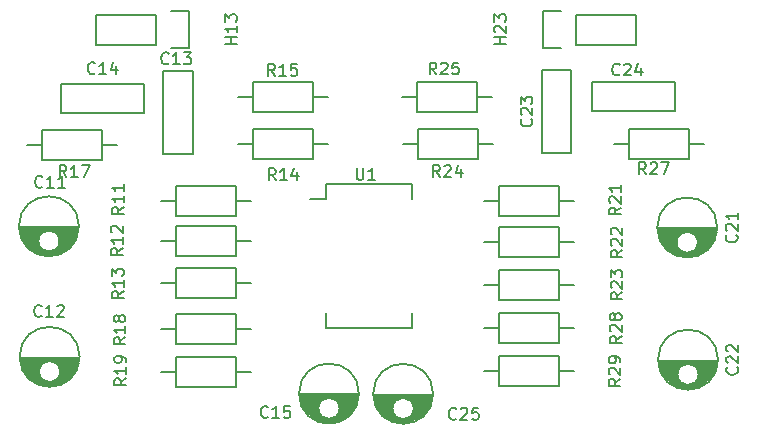
<source format=gbr>
G04 #@! TF.FileFunction,Legend,Top*
%FSLAX46Y46*%
G04 Gerber Fmt 4.6, Leading zero omitted, Abs format (unit mm)*
G04 Created by KiCad (PCBNEW 4.0.7) date Sunday 08 October 2017 21:23:55*
%MOMM*%
%LPD*%
G01*
G04 APERTURE LIST*
%ADD10C,0.100000*%
%ADD11C,0.150000*%
G04 APERTURE END LIST*
D10*
D11*
X107149000Y-78735000D02*
X102151000Y-78735000D01*
X107141000Y-78875000D02*
X102159000Y-78875000D01*
X107125000Y-79015000D02*
X104745000Y-79015000D01*
X104555000Y-79015000D02*
X102175000Y-79015000D01*
X107101000Y-79155000D02*
X105140000Y-79155000D01*
X104160000Y-79155000D02*
X102199000Y-79155000D01*
X107068000Y-79295000D02*
X105307000Y-79295000D01*
X103993000Y-79295000D02*
X102232000Y-79295000D01*
X107027000Y-79435000D02*
X105414000Y-79435000D01*
X103886000Y-79435000D02*
X102273000Y-79435000D01*
X106977000Y-79575000D02*
X105485000Y-79575000D01*
X103815000Y-79575000D02*
X102323000Y-79575000D01*
X106916000Y-79715000D02*
X105529000Y-79715000D01*
X103771000Y-79715000D02*
X102384000Y-79715000D01*
X106846000Y-79855000D02*
X105548000Y-79855000D01*
X103752000Y-79855000D02*
X102454000Y-79855000D01*
X106764000Y-79995000D02*
X105546000Y-79995000D01*
X103754000Y-79995000D02*
X102536000Y-79995000D01*
X106669000Y-80135000D02*
X105521000Y-80135000D01*
X103779000Y-80135000D02*
X102631000Y-80135000D01*
X106558000Y-80275000D02*
X105473000Y-80275000D01*
X103827000Y-80275000D02*
X102742000Y-80275000D01*
X106430000Y-80415000D02*
X105395000Y-80415000D01*
X103905000Y-80415000D02*
X102870000Y-80415000D01*
X106281000Y-80555000D02*
X105278000Y-80555000D01*
X104022000Y-80555000D02*
X103019000Y-80555000D01*
X106102000Y-80695000D02*
X105090000Y-80695000D01*
X104210000Y-80695000D02*
X103198000Y-80695000D01*
X105883000Y-80835000D02*
X103417000Y-80835000D01*
X105594000Y-80975000D02*
X103706000Y-80975000D01*
X105122000Y-81115000D02*
X104178000Y-81115000D01*
X105550000Y-79910000D02*
G75*
G03X105550000Y-79910000I-900000J0D01*
G01*
X107187500Y-78660000D02*
G75*
G03X107187500Y-78660000I-2537500J0D01*
G01*
X107209000Y-89785000D02*
X102211000Y-89785000D01*
X107201000Y-89925000D02*
X102219000Y-89925000D01*
X107185000Y-90065000D02*
X104805000Y-90065000D01*
X104615000Y-90065000D02*
X102235000Y-90065000D01*
X107161000Y-90205000D02*
X105200000Y-90205000D01*
X104220000Y-90205000D02*
X102259000Y-90205000D01*
X107128000Y-90345000D02*
X105367000Y-90345000D01*
X104053000Y-90345000D02*
X102292000Y-90345000D01*
X107087000Y-90485000D02*
X105474000Y-90485000D01*
X103946000Y-90485000D02*
X102333000Y-90485000D01*
X107037000Y-90625000D02*
X105545000Y-90625000D01*
X103875000Y-90625000D02*
X102383000Y-90625000D01*
X106976000Y-90765000D02*
X105589000Y-90765000D01*
X103831000Y-90765000D02*
X102444000Y-90765000D01*
X106906000Y-90905000D02*
X105608000Y-90905000D01*
X103812000Y-90905000D02*
X102514000Y-90905000D01*
X106824000Y-91045000D02*
X105606000Y-91045000D01*
X103814000Y-91045000D02*
X102596000Y-91045000D01*
X106729000Y-91185000D02*
X105581000Y-91185000D01*
X103839000Y-91185000D02*
X102691000Y-91185000D01*
X106618000Y-91325000D02*
X105533000Y-91325000D01*
X103887000Y-91325000D02*
X102802000Y-91325000D01*
X106490000Y-91465000D02*
X105455000Y-91465000D01*
X103965000Y-91465000D02*
X102930000Y-91465000D01*
X106341000Y-91605000D02*
X105338000Y-91605000D01*
X104082000Y-91605000D02*
X103079000Y-91605000D01*
X106162000Y-91745000D02*
X105150000Y-91745000D01*
X104270000Y-91745000D02*
X103258000Y-91745000D01*
X105943000Y-91885000D02*
X103477000Y-91885000D01*
X105654000Y-92025000D02*
X103766000Y-92025000D01*
X105182000Y-92165000D02*
X104238000Y-92165000D01*
X105610000Y-90960000D02*
G75*
G03X105610000Y-90960000I-900000J0D01*
G01*
X107247500Y-89710000D02*
G75*
G03X107247500Y-89710000I-2537500J0D01*
G01*
X114310000Y-72550000D02*
X114310000Y-65550000D01*
X114310000Y-65550000D02*
X116810000Y-65550000D01*
X116810000Y-65550000D02*
X116810000Y-72550000D01*
X116810000Y-72550000D02*
X114310000Y-72550000D01*
X105690000Y-66570000D02*
X112690000Y-66570000D01*
X112690000Y-66570000D02*
X112690000Y-69070000D01*
X112690000Y-69070000D02*
X105690000Y-69070000D01*
X105690000Y-69070000D02*
X105690000Y-66570000D01*
X130859000Y-92895000D02*
X125861000Y-92895000D01*
X130851000Y-93035000D02*
X125869000Y-93035000D01*
X130835000Y-93175000D02*
X128455000Y-93175000D01*
X128265000Y-93175000D02*
X125885000Y-93175000D01*
X130811000Y-93315000D02*
X128850000Y-93315000D01*
X127870000Y-93315000D02*
X125909000Y-93315000D01*
X130778000Y-93455000D02*
X129017000Y-93455000D01*
X127703000Y-93455000D02*
X125942000Y-93455000D01*
X130737000Y-93595000D02*
X129124000Y-93595000D01*
X127596000Y-93595000D02*
X125983000Y-93595000D01*
X130687000Y-93735000D02*
X129195000Y-93735000D01*
X127525000Y-93735000D02*
X126033000Y-93735000D01*
X130626000Y-93875000D02*
X129239000Y-93875000D01*
X127481000Y-93875000D02*
X126094000Y-93875000D01*
X130556000Y-94015000D02*
X129258000Y-94015000D01*
X127462000Y-94015000D02*
X126164000Y-94015000D01*
X130474000Y-94155000D02*
X129256000Y-94155000D01*
X127464000Y-94155000D02*
X126246000Y-94155000D01*
X130379000Y-94295000D02*
X129231000Y-94295000D01*
X127489000Y-94295000D02*
X126341000Y-94295000D01*
X130268000Y-94435000D02*
X129183000Y-94435000D01*
X127537000Y-94435000D02*
X126452000Y-94435000D01*
X130140000Y-94575000D02*
X129105000Y-94575000D01*
X127615000Y-94575000D02*
X126580000Y-94575000D01*
X129991000Y-94715000D02*
X128988000Y-94715000D01*
X127732000Y-94715000D02*
X126729000Y-94715000D01*
X129812000Y-94855000D02*
X128800000Y-94855000D01*
X127920000Y-94855000D02*
X126908000Y-94855000D01*
X129593000Y-94995000D02*
X127127000Y-94995000D01*
X129304000Y-95135000D02*
X127416000Y-95135000D01*
X128832000Y-95275000D02*
X127888000Y-95275000D01*
X129260000Y-94070000D02*
G75*
G03X129260000Y-94070000I-900000J0D01*
G01*
X130897500Y-92820000D02*
G75*
G03X130897500Y-92820000I-2537500J0D01*
G01*
X161199000Y-78835000D02*
X156201000Y-78835000D01*
X161191000Y-78975000D02*
X156209000Y-78975000D01*
X161175000Y-79115000D02*
X158795000Y-79115000D01*
X158605000Y-79115000D02*
X156225000Y-79115000D01*
X161151000Y-79255000D02*
X159190000Y-79255000D01*
X158210000Y-79255000D02*
X156249000Y-79255000D01*
X161118000Y-79395000D02*
X159357000Y-79395000D01*
X158043000Y-79395000D02*
X156282000Y-79395000D01*
X161077000Y-79535000D02*
X159464000Y-79535000D01*
X157936000Y-79535000D02*
X156323000Y-79535000D01*
X161027000Y-79675000D02*
X159535000Y-79675000D01*
X157865000Y-79675000D02*
X156373000Y-79675000D01*
X160966000Y-79815000D02*
X159579000Y-79815000D01*
X157821000Y-79815000D02*
X156434000Y-79815000D01*
X160896000Y-79955000D02*
X159598000Y-79955000D01*
X157802000Y-79955000D02*
X156504000Y-79955000D01*
X160814000Y-80095000D02*
X159596000Y-80095000D01*
X157804000Y-80095000D02*
X156586000Y-80095000D01*
X160719000Y-80235000D02*
X159571000Y-80235000D01*
X157829000Y-80235000D02*
X156681000Y-80235000D01*
X160608000Y-80375000D02*
X159523000Y-80375000D01*
X157877000Y-80375000D02*
X156792000Y-80375000D01*
X160480000Y-80515000D02*
X159445000Y-80515000D01*
X157955000Y-80515000D02*
X156920000Y-80515000D01*
X160331000Y-80655000D02*
X159328000Y-80655000D01*
X158072000Y-80655000D02*
X157069000Y-80655000D01*
X160152000Y-80795000D02*
X159140000Y-80795000D01*
X158260000Y-80795000D02*
X157248000Y-80795000D01*
X159933000Y-80935000D02*
X157467000Y-80935000D01*
X159644000Y-81075000D02*
X157756000Y-81075000D01*
X159172000Y-81215000D02*
X158228000Y-81215000D01*
X159600000Y-80010000D02*
G75*
G03X159600000Y-80010000I-900000J0D01*
G01*
X161237500Y-78760000D02*
G75*
G03X161237500Y-78760000I-2537500J0D01*
G01*
X161259000Y-90025000D02*
X156261000Y-90025000D01*
X161251000Y-90165000D02*
X156269000Y-90165000D01*
X161235000Y-90305000D02*
X158855000Y-90305000D01*
X158665000Y-90305000D02*
X156285000Y-90305000D01*
X161211000Y-90445000D02*
X159250000Y-90445000D01*
X158270000Y-90445000D02*
X156309000Y-90445000D01*
X161178000Y-90585000D02*
X159417000Y-90585000D01*
X158103000Y-90585000D02*
X156342000Y-90585000D01*
X161137000Y-90725000D02*
X159524000Y-90725000D01*
X157996000Y-90725000D02*
X156383000Y-90725000D01*
X161087000Y-90865000D02*
X159595000Y-90865000D01*
X157925000Y-90865000D02*
X156433000Y-90865000D01*
X161026000Y-91005000D02*
X159639000Y-91005000D01*
X157881000Y-91005000D02*
X156494000Y-91005000D01*
X160956000Y-91145000D02*
X159658000Y-91145000D01*
X157862000Y-91145000D02*
X156564000Y-91145000D01*
X160874000Y-91285000D02*
X159656000Y-91285000D01*
X157864000Y-91285000D02*
X156646000Y-91285000D01*
X160779000Y-91425000D02*
X159631000Y-91425000D01*
X157889000Y-91425000D02*
X156741000Y-91425000D01*
X160668000Y-91565000D02*
X159583000Y-91565000D01*
X157937000Y-91565000D02*
X156852000Y-91565000D01*
X160540000Y-91705000D02*
X159505000Y-91705000D01*
X158015000Y-91705000D02*
X156980000Y-91705000D01*
X160391000Y-91845000D02*
X159388000Y-91845000D01*
X158132000Y-91845000D02*
X157129000Y-91845000D01*
X160212000Y-91985000D02*
X159200000Y-91985000D01*
X158320000Y-91985000D02*
X157308000Y-91985000D01*
X159993000Y-92125000D02*
X157527000Y-92125000D01*
X159704000Y-92265000D02*
X157816000Y-92265000D01*
X159232000Y-92405000D02*
X158288000Y-92405000D01*
X159660000Y-91200000D02*
G75*
G03X159660000Y-91200000I-900000J0D01*
G01*
X161297500Y-89950000D02*
G75*
G03X161297500Y-89950000I-2537500J0D01*
G01*
X146380000Y-72440000D02*
X146380000Y-65440000D01*
X146380000Y-65440000D02*
X148880000Y-65440000D01*
X148880000Y-65440000D02*
X148880000Y-72440000D01*
X148880000Y-72440000D02*
X146380000Y-72440000D01*
X157650000Y-68910000D02*
X150650000Y-68910000D01*
X150650000Y-68910000D02*
X150650000Y-66410000D01*
X150650000Y-66410000D02*
X157650000Y-66410000D01*
X157650000Y-66410000D02*
X157650000Y-68910000D01*
X137139000Y-92915000D02*
X132141000Y-92915000D01*
X137131000Y-93055000D02*
X132149000Y-93055000D01*
X137115000Y-93195000D02*
X134735000Y-93195000D01*
X134545000Y-93195000D02*
X132165000Y-93195000D01*
X137091000Y-93335000D02*
X135130000Y-93335000D01*
X134150000Y-93335000D02*
X132189000Y-93335000D01*
X137058000Y-93475000D02*
X135297000Y-93475000D01*
X133983000Y-93475000D02*
X132222000Y-93475000D01*
X137017000Y-93615000D02*
X135404000Y-93615000D01*
X133876000Y-93615000D02*
X132263000Y-93615000D01*
X136967000Y-93755000D02*
X135475000Y-93755000D01*
X133805000Y-93755000D02*
X132313000Y-93755000D01*
X136906000Y-93895000D02*
X135519000Y-93895000D01*
X133761000Y-93895000D02*
X132374000Y-93895000D01*
X136836000Y-94035000D02*
X135538000Y-94035000D01*
X133742000Y-94035000D02*
X132444000Y-94035000D01*
X136754000Y-94175000D02*
X135536000Y-94175000D01*
X133744000Y-94175000D02*
X132526000Y-94175000D01*
X136659000Y-94315000D02*
X135511000Y-94315000D01*
X133769000Y-94315000D02*
X132621000Y-94315000D01*
X136548000Y-94455000D02*
X135463000Y-94455000D01*
X133817000Y-94455000D02*
X132732000Y-94455000D01*
X136420000Y-94595000D02*
X135385000Y-94595000D01*
X133895000Y-94595000D02*
X132860000Y-94595000D01*
X136271000Y-94735000D02*
X135268000Y-94735000D01*
X134012000Y-94735000D02*
X133009000Y-94735000D01*
X136092000Y-94875000D02*
X135080000Y-94875000D01*
X134200000Y-94875000D02*
X133188000Y-94875000D01*
X135873000Y-95015000D02*
X133407000Y-95015000D01*
X135584000Y-95155000D02*
X133696000Y-95155000D01*
X135112000Y-95295000D02*
X134168000Y-95295000D01*
X135540000Y-94090000D02*
G75*
G03X135540000Y-94090000I-900000J0D01*
G01*
X137177500Y-92840000D02*
G75*
G03X137177500Y-92840000I-2537500J0D01*
G01*
X113730000Y-60730000D02*
X108650000Y-60730000D01*
X108650000Y-60730000D02*
X108650000Y-63270000D01*
X108650000Y-63270000D02*
X113730000Y-63270000D01*
X116550000Y-63550000D02*
X115000000Y-63550000D01*
X113730000Y-63270000D02*
X113730000Y-60730000D01*
X115000000Y-60450000D02*
X116550000Y-60450000D01*
X116550000Y-60450000D02*
X116550000Y-63550000D01*
X149270000Y-63270000D02*
X154350000Y-63270000D01*
X154350000Y-63270000D02*
X154350000Y-60730000D01*
X154350000Y-60730000D02*
X149270000Y-60730000D01*
X146450000Y-60450000D02*
X148000000Y-60450000D01*
X149270000Y-60730000D02*
X149270000Y-63270000D01*
X148000000Y-63550000D02*
X146450000Y-63550000D01*
X146450000Y-63550000D02*
X146450000Y-60450000D01*
X120500000Y-77800000D02*
X115420000Y-77800000D01*
X115420000Y-77800000D02*
X115420000Y-75260000D01*
X115420000Y-75260000D02*
X120500000Y-75260000D01*
X120500000Y-75260000D02*
X120500000Y-77800000D01*
X120500000Y-76530000D02*
X121770000Y-76530000D01*
X115420000Y-76530000D02*
X114150000Y-76530000D01*
X115430000Y-78640000D02*
X120510000Y-78640000D01*
X120510000Y-78640000D02*
X120510000Y-81180000D01*
X120510000Y-81180000D02*
X115430000Y-81180000D01*
X115430000Y-81180000D02*
X115430000Y-78640000D01*
X115430000Y-79910000D02*
X114160000Y-79910000D01*
X120510000Y-79910000D02*
X121780000Y-79910000D01*
X115430000Y-82170000D02*
X120510000Y-82170000D01*
X120510000Y-82170000D02*
X120510000Y-84710000D01*
X120510000Y-84710000D02*
X115430000Y-84710000D01*
X115430000Y-84710000D02*
X115430000Y-82170000D01*
X115430000Y-83440000D02*
X114160000Y-83440000D01*
X120510000Y-83440000D02*
X121780000Y-83440000D01*
X121950000Y-70460000D02*
X127030000Y-70460000D01*
X127030000Y-70460000D02*
X127030000Y-73000000D01*
X127030000Y-73000000D02*
X121950000Y-73000000D01*
X121950000Y-73000000D02*
X121950000Y-70460000D01*
X121950000Y-71730000D02*
X120680000Y-71730000D01*
X127030000Y-71730000D02*
X128300000Y-71730000D01*
X121930000Y-66440000D02*
X127010000Y-66440000D01*
X127010000Y-66440000D02*
X127010000Y-68980000D01*
X127010000Y-68980000D02*
X121930000Y-68980000D01*
X121930000Y-68980000D02*
X121930000Y-66440000D01*
X121930000Y-67710000D02*
X120660000Y-67710000D01*
X127010000Y-67710000D02*
X128280000Y-67710000D01*
X104070000Y-70490000D02*
X109150000Y-70490000D01*
X109150000Y-70490000D02*
X109150000Y-73030000D01*
X109150000Y-73030000D02*
X104070000Y-73030000D01*
X104070000Y-73030000D02*
X104070000Y-70490000D01*
X104070000Y-71760000D02*
X102800000Y-71760000D01*
X109150000Y-71760000D02*
X110420000Y-71760000D01*
X115430000Y-86110000D02*
X120510000Y-86110000D01*
X120510000Y-86110000D02*
X120510000Y-88650000D01*
X120510000Y-88650000D02*
X115430000Y-88650000D01*
X115430000Y-88650000D02*
X115430000Y-86110000D01*
X115430000Y-87380000D02*
X114160000Y-87380000D01*
X120510000Y-87380000D02*
X121780000Y-87380000D01*
X115430000Y-89720000D02*
X120510000Y-89720000D01*
X120510000Y-89720000D02*
X120510000Y-92260000D01*
X120510000Y-92260000D02*
X115430000Y-92260000D01*
X115430000Y-92260000D02*
X115430000Y-89720000D01*
X115430000Y-90990000D02*
X114160000Y-90990000D01*
X120510000Y-90990000D02*
X121780000Y-90990000D01*
X142770000Y-75240000D02*
X147850000Y-75240000D01*
X147850000Y-75240000D02*
X147850000Y-77780000D01*
X147850000Y-77780000D02*
X142770000Y-77780000D01*
X142770000Y-77780000D02*
X142770000Y-75240000D01*
X142770000Y-76510000D02*
X141500000Y-76510000D01*
X147850000Y-76510000D02*
X149120000Y-76510000D01*
X147840000Y-81300000D02*
X142760000Y-81300000D01*
X142760000Y-81300000D02*
X142760000Y-78760000D01*
X142760000Y-78760000D02*
X147840000Y-78760000D01*
X147840000Y-78760000D02*
X147840000Y-81300000D01*
X147840000Y-80030000D02*
X149110000Y-80030000D01*
X142760000Y-80030000D02*
X141490000Y-80030000D01*
X147840000Y-84890000D02*
X142760000Y-84890000D01*
X142760000Y-84890000D02*
X142760000Y-82350000D01*
X142760000Y-82350000D02*
X147840000Y-82350000D01*
X147840000Y-82350000D02*
X147840000Y-84890000D01*
X147840000Y-83620000D02*
X149110000Y-83620000D01*
X142760000Y-83620000D02*
X141490000Y-83620000D01*
X140970000Y-72990000D02*
X135890000Y-72990000D01*
X135890000Y-72990000D02*
X135890000Y-70450000D01*
X135890000Y-70450000D02*
X140970000Y-70450000D01*
X140970000Y-70450000D02*
X140970000Y-72990000D01*
X140970000Y-71720000D02*
X142240000Y-71720000D01*
X135890000Y-71720000D02*
X134620000Y-71720000D01*
X140920000Y-69020000D02*
X135840000Y-69020000D01*
X135840000Y-69020000D02*
X135840000Y-66480000D01*
X135840000Y-66480000D02*
X140920000Y-66480000D01*
X140920000Y-66480000D02*
X140920000Y-69020000D01*
X140920000Y-67750000D02*
X142190000Y-67750000D01*
X135840000Y-67750000D02*
X134570000Y-67750000D01*
X158860000Y-72940000D02*
X153780000Y-72940000D01*
X153780000Y-72940000D02*
X153780000Y-70400000D01*
X153780000Y-70400000D02*
X158860000Y-70400000D01*
X158860000Y-70400000D02*
X158860000Y-72940000D01*
X158860000Y-71670000D02*
X160130000Y-71670000D01*
X153780000Y-71670000D02*
X152510000Y-71670000D01*
X147840000Y-88580000D02*
X142760000Y-88580000D01*
X142760000Y-88580000D02*
X142760000Y-86040000D01*
X142760000Y-86040000D02*
X147840000Y-86040000D01*
X147840000Y-86040000D02*
X147840000Y-88580000D01*
X147840000Y-87310000D02*
X149110000Y-87310000D01*
X142760000Y-87310000D02*
X141490000Y-87310000D01*
X147850000Y-92210000D02*
X142770000Y-92210000D01*
X142770000Y-92210000D02*
X142770000Y-89670000D01*
X142770000Y-89670000D02*
X147850000Y-89670000D01*
X147850000Y-89670000D02*
X147850000Y-92210000D01*
X147850000Y-90940000D02*
X149120000Y-90940000D01*
X142770000Y-90940000D02*
X141500000Y-90940000D01*
X128075000Y-75055000D02*
X128075000Y-76325000D01*
X135425000Y-75055000D02*
X135425000Y-76325000D01*
X135425000Y-87265000D02*
X135425000Y-85995000D01*
X128075000Y-87265000D02*
X128075000Y-85995000D01*
X128075000Y-75055000D02*
X135425000Y-75055000D01*
X128075000Y-87265000D02*
X135425000Y-87265000D01*
X128075000Y-76325000D02*
X126790000Y-76325000D01*
X104107143Y-75297143D02*
X104059524Y-75344762D01*
X103916667Y-75392381D01*
X103821429Y-75392381D01*
X103678571Y-75344762D01*
X103583333Y-75249524D01*
X103535714Y-75154286D01*
X103488095Y-74963810D01*
X103488095Y-74820952D01*
X103535714Y-74630476D01*
X103583333Y-74535238D01*
X103678571Y-74440000D01*
X103821429Y-74392381D01*
X103916667Y-74392381D01*
X104059524Y-74440000D01*
X104107143Y-74487619D01*
X105059524Y-75392381D02*
X104488095Y-75392381D01*
X104773809Y-75392381D02*
X104773809Y-74392381D01*
X104678571Y-74535238D01*
X104583333Y-74630476D01*
X104488095Y-74678095D01*
X106011905Y-75392381D02*
X105440476Y-75392381D01*
X105726190Y-75392381D02*
X105726190Y-74392381D01*
X105630952Y-74535238D01*
X105535714Y-74630476D01*
X105440476Y-74678095D01*
X104027143Y-86237143D02*
X103979524Y-86284762D01*
X103836667Y-86332381D01*
X103741429Y-86332381D01*
X103598571Y-86284762D01*
X103503333Y-86189524D01*
X103455714Y-86094286D01*
X103408095Y-85903810D01*
X103408095Y-85760952D01*
X103455714Y-85570476D01*
X103503333Y-85475238D01*
X103598571Y-85380000D01*
X103741429Y-85332381D01*
X103836667Y-85332381D01*
X103979524Y-85380000D01*
X104027143Y-85427619D01*
X104979524Y-86332381D02*
X104408095Y-86332381D01*
X104693809Y-86332381D02*
X104693809Y-85332381D01*
X104598571Y-85475238D01*
X104503333Y-85570476D01*
X104408095Y-85618095D01*
X105360476Y-85427619D02*
X105408095Y-85380000D01*
X105503333Y-85332381D01*
X105741429Y-85332381D01*
X105836667Y-85380000D01*
X105884286Y-85427619D01*
X105931905Y-85522857D01*
X105931905Y-85618095D01*
X105884286Y-85760952D01*
X105312857Y-86332381D01*
X105931905Y-86332381D01*
X114787143Y-64847143D02*
X114739524Y-64894762D01*
X114596667Y-64942381D01*
X114501429Y-64942381D01*
X114358571Y-64894762D01*
X114263333Y-64799524D01*
X114215714Y-64704286D01*
X114168095Y-64513810D01*
X114168095Y-64370952D01*
X114215714Y-64180476D01*
X114263333Y-64085238D01*
X114358571Y-63990000D01*
X114501429Y-63942381D01*
X114596667Y-63942381D01*
X114739524Y-63990000D01*
X114787143Y-64037619D01*
X115739524Y-64942381D02*
X115168095Y-64942381D01*
X115453809Y-64942381D02*
X115453809Y-63942381D01*
X115358571Y-64085238D01*
X115263333Y-64180476D01*
X115168095Y-64228095D01*
X116072857Y-63942381D02*
X116691905Y-63942381D01*
X116358571Y-64323333D01*
X116501429Y-64323333D01*
X116596667Y-64370952D01*
X116644286Y-64418571D01*
X116691905Y-64513810D01*
X116691905Y-64751905D01*
X116644286Y-64847143D01*
X116596667Y-64894762D01*
X116501429Y-64942381D01*
X116215714Y-64942381D01*
X116120476Y-64894762D01*
X116072857Y-64847143D01*
X108547143Y-65677143D02*
X108499524Y-65724762D01*
X108356667Y-65772381D01*
X108261429Y-65772381D01*
X108118571Y-65724762D01*
X108023333Y-65629524D01*
X107975714Y-65534286D01*
X107928095Y-65343810D01*
X107928095Y-65200952D01*
X107975714Y-65010476D01*
X108023333Y-64915238D01*
X108118571Y-64820000D01*
X108261429Y-64772381D01*
X108356667Y-64772381D01*
X108499524Y-64820000D01*
X108547143Y-64867619D01*
X109499524Y-65772381D02*
X108928095Y-65772381D01*
X109213809Y-65772381D02*
X109213809Y-64772381D01*
X109118571Y-64915238D01*
X109023333Y-65010476D01*
X108928095Y-65058095D01*
X110356667Y-65105714D02*
X110356667Y-65772381D01*
X110118571Y-64724762D02*
X109880476Y-65439048D01*
X110499524Y-65439048D01*
X123187143Y-94787143D02*
X123139524Y-94834762D01*
X122996667Y-94882381D01*
X122901429Y-94882381D01*
X122758571Y-94834762D01*
X122663333Y-94739524D01*
X122615714Y-94644286D01*
X122568095Y-94453810D01*
X122568095Y-94310952D01*
X122615714Y-94120476D01*
X122663333Y-94025238D01*
X122758571Y-93930000D01*
X122901429Y-93882381D01*
X122996667Y-93882381D01*
X123139524Y-93930000D01*
X123187143Y-93977619D01*
X124139524Y-94882381D02*
X123568095Y-94882381D01*
X123853809Y-94882381D02*
X123853809Y-93882381D01*
X123758571Y-94025238D01*
X123663333Y-94120476D01*
X123568095Y-94168095D01*
X125044286Y-93882381D02*
X124568095Y-93882381D01*
X124520476Y-94358571D01*
X124568095Y-94310952D01*
X124663333Y-94263333D01*
X124901429Y-94263333D01*
X124996667Y-94310952D01*
X125044286Y-94358571D01*
X125091905Y-94453810D01*
X125091905Y-94691905D01*
X125044286Y-94787143D01*
X124996667Y-94834762D01*
X124901429Y-94882381D01*
X124663333Y-94882381D01*
X124568095Y-94834762D01*
X124520476Y-94787143D01*
X162857143Y-79402857D02*
X162904762Y-79450476D01*
X162952381Y-79593333D01*
X162952381Y-79688571D01*
X162904762Y-79831429D01*
X162809524Y-79926667D01*
X162714286Y-79974286D01*
X162523810Y-80021905D01*
X162380952Y-80021905D01*
X162190476Y-79974286D01*
X162095238Y-79926667D01*
X162000000Y-79831429D01*
X161952381Y-79688571D01*
X161952381Y-79593333D01*
X162000000Y-79450476D01*
X162047619Y-79402857D01*
X162047619Y-79021905D02*
X162000000Y-78974286D01*
X161952381Y-78879048D01*
X161952381Y-78640952D01*
X162000000Y-78545714D01*
X162047619Y-78498095D01*
X162142857Y-78450476D01*
X162238095Y-78450476D01*
X162380952Y-78498095D01*
X162952381Y-79069524D01*
X162952381Y-78450476D01*
X162952381Y-77498095D02*
X162952381Y-78069524D01*
X162952381Y-77783810D02*
X161952381Y-77783810D01*
X162095238Y-77879048D01*
X162190476Y-77974286D01*
X162238095Y-78069524D01*
X162917143Y-90592857D02*
X162964762Y-90640476D01*
X163012381Y-90783333D01*
X163012381Y-90878571D01*
X162964762Y-91021429D01*
X162869524Y-91116667D01*
X162774286Y-91164286D01*
X162583810Y-91211905D01*
X162440952Y-91211905D01*
X162250476Y-91164286D01*
X162155238Y-91116667D01*
X162060000Y-91021429D01*
X162012381Y-90878571D01*
X162012381Y-90783333D01*
X162060000Y-90640476D01*
X162107619Y-90592857D01*
X162107619Y-90211905D02*
X162060000Y-90164286D01*
X162012381Y-90069048D01*
X162012381Y-89830952D01*
X162060000Y-89735714D01*
X162107619Y-89688095D01*
X162202857Y-89640476D01*
X162298095Y-89640476D01*
X162440952Y-89688095D01*
X163012381Y-90259524D01*
X163012381Y-89640476D01*
X162107619Y-89259524D02*
X162060000Y-89211905D01*
X162012381Y-89116667D01*
X162012381Y-88878571D01*
X162060000Y-88783333D01*
X162107619Y-88735714D01*
X162202857Y-88688095D01*
X162298095Y-88688095D01*
X162440952Y-88735714D01*
X163012381Y-89307143D01*
X163012381Y-88688095D01*
X145487143Y-69582857D02*
X145534762Y-69630476D01*
X145582381Y-69773333D01*
X145582381Y-69868571D01*
X145534762Y-70011429D01*
X145439524Y-70106667D01*
X145344286Y-70154286D01*
X145153810Y-70201905D01*
X145010952Y-70201905D01*
X144820476Y-70154286D01*
X144725238Y-70106667D01*
X144630000Y-70011429D01*
X144582381Y-69868571D01*
X144582381Y-69773333D01*
X144630000Y-69630476D01*
X144677619Y-69582857D01*
X144677619Y-69201905D02*
X144630000Y-69154286D01*
X144582381Y-69059048D01*
X144582381Y-68820952D01*
X144630000Y-68725714D01*
X144677619Y-68678095D01*
X144772857Y-68630476D01*
X144868095Y-68630476D01*
X145010952Y-68678095D01*
X145582381Y-69249524D01*
X145582381Y-68630476D01*
X144582381Y-68297143D02*
X144582381Y-67678095D01*
X144963333Y-68011429D01*
X144963333Y-67868571D01*
X145010952Y-67773333D01*
X145058571Y-67725714D01*
X145153810Y-67678095D01*
X145391905Y-67678095D01*
X145487143Y-67725714D01*
X145534762Y-67773333D01*
X145582381Y-67868571D01*
X145582381Y-68154286D01*
X145534762Y-68249524D01*
X145487143Y-68297143D01*
X152967143Y-65797143D02*
X152919524Y-65844762D01*
X152776667Y-65892381D01*
X152681429Y-65892381D01*
X152538571Y-65844762D01*
X152443333Y-65749524D01*
X152395714Y-65654286D01*
X152348095Y-65463810D01*
X152348095Y-65320952D01*
X152395714Y-65130476D01*
X152443333Y-65035238D01*
X152538571Y-64940000D01*
X152681429Y-64892381D01*
X152776667Y-64892381D01*
X152919524Y-64940000D01*
X152967143Y-64987619D01*
X153348095Y-64987619D02*
X153395714Y-64940000D01*
X153490952Y-64892381D01*
X153729048Y-64892381D01*
X153824286Y-64940000D01*
X153871905Y-64987619D01*
X153919524Y-65082857D01*
X153919524Y-65178095D01*
X153871905Y-65320952D01*
X153300476Y-65892381D01*
X153919524Y-65892381D01*
X154776667Y-65225714D02*
X154776667Y-65892381D01*
X154538571Y-64844762D02*
X154300476Y-65559048D01*
X154919524Y-65559048D01*
X139137143Y-94937143D02*
X139089524Y-94984762D01*
X138946667Y-95032381D01*
X138851429Y-95032381D01*
X138708571Y-94984762D01*
X138613333Y-94889524D01*
X138565714Y-94794286D01*
X138518095Y-94603810D01*
X138518095Y-94460952D01*
X138565714Y-94270476D01*
X138613333Y-94175238D01*
X138708571Y-94080000D01*
X138851429Y-94032381D01*
X138946667Y-94032381D01*
X139089524Y-94080000D01*
X139137143Y-94127619D01*
X139518095Y-94127619D02*
X139565714Y-94080000D01*
X139660952Y-94032381D01*
X139899048Y-94032381D01*
X139994286Y-94080000D01*
X140041905Y-94127619D01*
X140089524Y-94222857D01*
X140089524Y-94318095D01*
X140041905Y-94460952D01*
X139470476Y-95032381D01*
X140089524Y-95032381D01*
X140994286Y-94032381D02*
X140518095Y-94032381D01*
X140470476Y-94508571D01*
X140518095Y-94460952D01*
X140613333Y-94413333D01*
X140851429Y-94413333D01*
X140946667Y-94460952D01*
X140994286Y-94508571D01*
X141041905Y-94603810D01*
X141041905Y-94841905D01*
X140994286Y-94937143D01*
X140946667Y-94984762D01*
X140851429Y-95032381D01*
X140613333Y-95032381D01*
X140518095Y-94984762D01*
X140470476Y-94937143D01*
X120552381Y-63238095D02*
X119552381Y-63238095D01*
X120028571Y-63238095D02*
X120028571Y-62666666D01*
X120552381Y-62666666D02*
X119552381Y-62666666D01*
X120552381Y-61666666D02*
X120552381Y-62238095D01*
X120552381Y-61952381D02*
X119552381Y-61952381D01*
X119695238Y-62047619D01*
X119790476Y-62142857D01*
X119838095Y-62238095D01*
X119552381Y-61333333D02*
X119552381Y-60714285D01*
X119933333Y-61047619D01*
X119933333Y-60904761D01*
X119980952Y-60809523D01*
X120028571Y-60761904D01*
X120123810Y-60714285D01*
X120361905Y-60714285D01*
X120457143Y-60761904D01*
X120504762Y-60809523D01*
X120552381Y-60904761D01*
X120552381Y-61190476D01*
X120504762Y-61285714D01*
X120457143Y-61333333D01*
X143352381Y-63238095D02*
X142352381Y-63238095D01*
X142828571Y-63238095D02*
X142828571Y-62666666D01*
X143352381Y-62666666D02*
X142352381Y-62666666D01*
X142447619Y-62238095D02*
X142400000Y-62190476D01*
X142352381Y-62095238D01*
X142352381Y-61857142D01*
X142400000Y-61761904D01*
X142447619Y-61714285D01*
X142542857Y-61666666D01*
X142638095Y-61666666D01*
X142780952Y-61714285D01*
X143352381Y-62285714D01*
X143352381Y-61666666D01*
X142352381Y-61333333D02*
X142352381Y-60714285D01*
X142733333Y-61047619D01*
X142733333Y-60904761D01*
X142780952Y-60809523D01*
X142828571Y-60761904D01*
X142923810Y-60714285D01*
X143161905Y-60714285D01*
X143257143Y-60761904D01*
X143304762Y-60809523D01*
X143352381Y-60904761D01*
X143352381Y-61190476D01*
X143304762Y-61285714D01*
X143257143Y-61333333D01*
X110992381Y-77022857D02*
X110516190Y-77356191D01*
X110992381Y-77594286D02*
X109992381Y-77594286D01*
X109992381Y-77213333D01*
X110040000Y-77118095D01*
X110087619Y-77070476D01*
X110182857Y-77022857D01*
X110325714Y-77022857D01*
X110420952Y-77070476D01*
X110468571Y-77118095D01*
X110516190Y-77213333D01*
X110516190Y-77594286D01*
X110992381Y-76070476D02*
X110992381Y-76641905D01*
X110992381Y-76356191D02*
X109992381Y-76356191D01*
X110135238Y-76451429D01*
X110230476Y-76546667D01*
X110278095Y-76641905D01*
X110992381Y-75118095D02*
X110992381Y-75689524D01*
X110992381Y-75403810D02*
X109992381Y-75403810D01*
X110135238Y-75499048D01*
X110230476Y-75594286D01*
X110278095Y-75689524D01*
X110882381Y-80512857D02*
X110406190Y-80846191D01*
X110882381Y-81084286D02*
X109882381Y-81084286D01*
X109882381Y-80703333D01*
X109930000Y-80608095D01*
X109977619Y-80560476D01*
X110072857Y-80512857D01*
X110215714Y-80512857D01*
X110310952Y-80560476D01*
X110358571Y-80608095D01*
X110406190Y-80703333D01*
X110406190Y-81084286D01*
X110882381Y-79560476D02*
X110882381Y-80131905D01*
X110882381Y-79846191D02*
X109882381Y-79846191D01*
X110025238Y-79941429D01*
X110120476Y-80036667D01*
X110168095Y-80131905D01*
X109977619Y-79179524D02*
X109930000Y-79131905D01*
X109882381Y-79036667D01*
X109882381Y-78798571D01*
X109930000Y-78703333D01*
X109977619Y-78655714D01*
X110072857Y-78608095D01*
X110168095Y-78608095D01*
X110310952Y-78655714D01*
X110882381Y-79227143D01*
X110882381Y-78608095D01*
X110972381Y-84152857D02*
X110496190Y-84486191D01*
X110972381Y-84724286D02*
X109972381Y-84724286D01*
X109972381Y-84343333D01*
X110020000Y-84248095D01*
X110067619Y-84200476D01*
X110162857Y-84152857D01*
X110305714Y-84152857D01*
X110400952Y-84200476D01*
X110448571Y-84248095D01*
X110496190Y-84343333D01*
X110496190Y-84724286D01*
X110972381Y-83200476D02*
X110972381Y-83771905D01*
X110972381Y-83486191D02*
X109972381Y-83486191D01*
X110115238Y-83581429D01*
X110210476Y-83676667D01*
X110258095Y-83771905D01*
X109972381Y-82867143D02*
X109972381Y-82248095D01*
X110353333Y-82581429D01*
X110353333Y-82438571D01*
X110400952Y-82343333D01*
X110448571Y-82295714D01*
X110543810Y-82248095D01*
X110781905Y-82248095D01*
X110877143Y-82295714D01*
X110924762Y-82343333D01*
X110972381Y-82438571D01*
X110972381Y-82724286D01*
X110924762Y-82819524D01*
X110877143Y-82867143D01*
X123847143Y-74762381D02*
X123513809Y-74286190D01*
X123275714Y-74762381D02*
X123275714Y-73762381D01*
X123656667Y-73762381D01*
X123751905Y-73810000D01*
X123799524Y-73857619D01*
X123847143Y-73952857D01*
X123847143Y-74095714D01*
X123799524Y-74190952D01*
X123751905Y-74238571D01*
X123656667Y-74286190D01*
X123275714Y-74286190D01*
X124799524Y-74762381D02*
X124228095Y-74762381D01*
X124513809Y-74762381D02*
X124513809Y-73762381D01*
X124418571Y-73905238D01*
X124323333Y-74000476D01*
X124228095Y-74048095D01*
X125656667Y-74095714D02*
X125656667Y-74762381D01*
X125418571Y-73714762D02*
X125180476Y-74429048D01*
X125799524Y-74429048D01*
X123787143Y-65912381D02*
X123453809Y-65436190D01*
X123215714Y-65912381D02*
X123215714Y-64912381D01*
X123596667Y-64912381D01*
X123691905Y-64960000D01*
X123739524Y-65007619D01*
X123787143Y-65102857D01*
X123787143Y-65245714D01*
X123739524Y-65340952D01*
X123691905Y-65388571D01*
X123596667Y-65436190D01*
X123215714Y-65436190D01*
X124739524Y-65912381D02*
X124168095Y-65912381D01*
X124453809Y-65912381D02*
X124453809Y-64912381D01*
X124358571Y-65055238D01*
X124263333Y-65150476D01*
X124168095Y-65198095D01*
X125644286Y-64912381D02*
X125168095Y-64912381D01*
X125120476Y-65388571D01*
X125168095Y-65340952D01*
X125263333Y-65293333D01*
X125501429Y-65293333D01*
X125596667Y-65340952D01*
X125644286Y-65388571D01*
X125691905Y-65483810D01*
X125691905Y-65721905D01*
X125644286Y-65817143D01*
X125596667Y-65864762D01*
X125501429Y-65912381D01*
X125263333Y-65912381D01*
X125168095Y-65864762D01*
X125120476Y-65817143D01*
X106137143Y-74492381D02*
X105803809Y-74016190D01*
X105565714Y-74492381D02*
X105565714Y-73492381D01*
X105946667Y-73492381D01*
X106041905Y-73540000D01*
X106089524Y-73587619D01*
X106137143Y-73682857D01*
X106137143Y-73825714D01*
X106089524Y-73920952D01*
X106041905Y-73968571D01*
X105946667Y-74016190D01*
X105565714Y-74016190D01*
X107089524Y-74492381D02*
X106518095Y-74492381D01*
X106803809Y-74492381D02*
X106803809Y-73492381D01*
X106708571Y-73635238D01*
X106613333Y-73730476D01*
X106518095Y-73778095D01*
X107422857Y-73492381D02*
X108089524Y-73492381D01*
X107660952Y-74492381D01*
X111132381Y-88072857D02*
X110656190Y-88406191D01*
X111132381Y-88644286D02*
X110132381Y-88644286D01*
X110132381Y-88263333D01*
X110180000Y-88168095D01*
X110227619Y-88120476D01*
X110322857Y-88072857D01*
X110465714Y-88072857D01*
X110560952Y-88120476D01*
X110608571Y-88168095D01*
X110656190Y-88263333D01*
X110656190Y-88644286D01*
X111132381Y-87120476D02*
X111132381Y-87691905D01*
X111132381Y-87406191D02*
X110132381Y-87406191D01*
X110275238Y-87501429D01*
X110370476Y-87596667D01*
X110418095Y-87691905D01*
X110560952Y-86549048D02*
X110513333Y-86644286D01*
X110465714Y-86691905D01*
X110370476Y-86739524D01*
X110322857Y-86739524D01*
X110227619Y-86691905D01*
X110180000Y-86644286D01*
X110132381Y-86549048D01*
X110132381Y-86358571D01*
X110180000Y-86263333D01*
X110227619Y-86215714D01*
X110322857Y-86168095D01*
X110370476Y-86168095D01*
X110465714Y-86215714D01*
X110513333Y-86263333D01*
X110560952Y-86358571D01*
X110560952Y-86549048D01*
X110608571Y-86644286D01*
X110656190Y-86691905D01*
X110751429Y-86739524D01*
X110941905Y-86739524D01*
X111037143Y-86691905D01*
X111084762Y-86644286D01*
X111132381Y-86549048D01*
X111132381Y-86358571D01*
X111084762Y-86263333D01*
X111037143Y-86215714D01*
X110941905Y-86168095D01*
X110751429Y-86168095D01*
X110656190Y-86215714D01*
X110608571Y-86263333D01*
X110560952Y-86358571D01*
X111192381Y-91542857D02*
X110716190Y-91876191D01*
X111192381Y-92114286D02*
X110192381Y-92114286D01*
X110192381Y-91733333D01*
X110240000Y-91638095D01*
X110287619Y-91590476D01*
X110382857Y-91542857D01*
X110525714Y-91542857D01*
X110620952Y-91590476D01*
X110668571Y-91638095D01*
X110716190Y-91733333D01*
X110716190Y-92114286D01*
X111192381Y-90590476D02*
X111192381Y-91161905D01*
X111192381Y-90876191D02*
X110192381Y-90876191D01*
X110335238Y-90971429D01*
X110430476Y-91066667D01*
X110478095Y-91161905D01*
X111192381Y-90114286D02*
X111192381Y-89923810D01*
X111144762Y-89828571D01*
X111097143Y-89780952D01*
X110954286Y-89685714D01*
X110763810Y-89638095D01*
X110382857Y-89638095D01*
X110287619Y-89685714D01*
X110240000Y-89733333D01*
X110192381Y-89828571D01*
X110192381Y-90019048D01*
X110240000Y-90114286D01*
X110287619Y-90161905D01*
X110382857Y-90209524D01*
X110620952Y-90209524D01*
X110716190Y-90161905D01*
X110763810Y-90114286D01*
X110811429Y-90019048D01*
X110811429Y-89828571D01*
X110763810Y-89733333D01*
X110716190Y-89685714D01*
X110620952Y-89638095D01*
X153072381Y-77072857D02*
X152596190Y-77406191D01*
X153072381Y-77644286D02*
X152072381Y-77644286D01*
X152072381Y-77263333D01*
X152120000Y-77168095D01*
X152167619Y-77120476D01*
X152262857Y-77072857D01*
X152405714Y-77072857D01*
X152500952Y-77120476D01*
X152548571Y-77168095D01*
X152596190Y-77263333D01*
X152596190Y-77644286D01*
X152167619Y-76691905D02*
X152120000Y-76644286D01*
X152072381Y-76549048D01*
X152072381Y-76310952D01*
X152120000Y-76215714D01*
X152167619Y-76168095D01*
X152262857Y-76120476D01*
X152358095Y-76120476D01*
X152500952Y-76168095D01*
X153072381Y-76739524D01*
X153072381Y-76120476D01*
X153072381Y-75168095D02*
X153072381Y-75739524D01*
X153072381Y-75453810D02*
X152072381Y-75453810D01*
X152215238Y-75549048D01*
X152310476Y-75644286D01*
X152358095Y-75739524D01*
X153212381Y-80672857D02*
X152736190Y-81006191D01*
X153212381Y-81244286D02*
X152212381Y-81244286D01*
X152212381Y-80863333D01*
X152260000Y-80768095D01*
X152307619Y-80720476D01*
X152402857Y-80672857D01*
X152545714Y-80672857D01*
X152640952Y-80720476D01*
X152688571Y-80768095D01*
X152736190Y-80863333D01*
X152736190Y-81244286D01*
X152307619Y-80291905D02*
X152260000Y-80244286D01*
X152212381Y-80149048D01*
X152212381Y-79910952D01*
X152260000Y-79815714D01*
X152307619Y-79768095D01*
X152402857Y-79720476D01*
X152498095Y-79720476D01*
X152640952Y-79768095D01*
X153212381Y-80339524D01*
X153212381Y-79720476D01*
X152307619Y-79339524D02*
X152260000Y-79291905D01*
X152212381Y-79196667D01*
X152212381Y-78958571D01*
X152260000Y-78863333D01*
X152307619Y-78815714D01*
X152402857Y-78768095D01*
X152498095Y-78768095D01*
X152640952Y-78815714D01*
X153212381Y-79387143D01*
X153212381Y-78768095D01*
X153202381Y-84262857D02*
X152726190Y-84596191D01*
X153202381Y-84834286D02*
X152202381Y-84834286D01*
X152202381Y-84453333D01*
X152250000Y-84358095D01*
X152297619Y-84310476D01*
X152392857Y-84262857D01*
X152535714Y-84262857D01*
X152630952Y-84310476D01*
X152678571Y-84358095D01*
X152726190Y-84453333D01*
X152726190Y-84834286D01*
X152297619Y-83881905D02*
X152250000Y-83834286D01*
X152202381Y-83739048D01*
X152202381Y-83500952D01*
X152250000Y-83405714D01*
X152297619Y-83358095D01*
X152392857Y-83310476D01*
X152488095Y-83310476D01*
X152630952Y-83358095D01*
X153202381Y-83929524D01*
X153202381Y-83310476D01*
X152202381Y-82977143D02*
X152202381Y-82358095D01*
X152583333Y-82691429D01*
X152583333Y-82548571D01*
X152630952Y-82453333D01*
X152678571Y-82405714D01*
X152773810Y-82358095D01*
X153011905Y-82358095D01*
X153107143Y-82405714D01*
X153154762Y-82453333D01*
X153202381Y-82548571D01*
X153202381Y-82834286D01*
X153154762Y-82929524D01*
X153107143Y-82977143D01*
X137747143Y-74492381D02*
X137413809Y-74016190D01*
X137175714Y-74492381D02*
X137175714Y-73492381D01*
X137556667Y-73492381D01*
X137651905Y-73540000D01*
X137699524Y-73587619D01*
X137747143Y-73682857D01*
X137747143Y-73825714D01*
X137699524Y-73920952D01*
X137651905Y-73968571D01*
X137556667Y-74016190D01*
X137175714Y-74016190D01*
X138128095Y-73587619D02*
X138175714Y-73540000D01*
X138270952Y-73492381D01*
X138509048Y-73492381D01*
X138604286Y-73540000D01*
X138651905Y-73587619D01*
X138699524Y-73682857D01*
X138699524Y-73778095D01*
X138651905Y-73920952D01*
X138080476Y-74492381D01*
X138699524Y-74492381D01*
X139556667Y-73825714D02*
X139556667Y-74492381D01*
X139318571Y-73444762D02*
X139080476Y-74159048D01*
X139699524Y-74159048D01*
X137457143Y-65802381D02*
X137123809Y-65326190D01*
X136885714Y-65802381D02*
X136885714Y-64802381D01*
X137266667Y-64802381D01*
X137361905Y-64850000D01*
X137409524Y-64897619D01*
X137457143Y-64992857D01*
X137457143Y-65135714D01*
X137409524Y-65230952D01*
X137361905Y-65278571D01*
X137266667Y-65326190D01*
X136885714Y-65326190D01*
X137838095Y-64897619D02*
X137885714Y-64850000D01*
X137980952Y-64802381D01*
X138219048Y-64802381D01*
X138314286Y-64850000D01*
X138361905Y-64897619D01*
X138409524Y-64992857D01*
X138409524Y-65088095D01*
X138361905Y-65230952D01*
X137790476Y-65802381D01*
X138409524Y-65802381D01*
X139314286Y-64802381D02*
X138838095Y-64802381D01*
X138790476Y-65278571D01*
X138838095Y-65230952D01*
X138933333Y-65183333D01*
X139171429Y-65183333D01*
X139266667Y-65230952D01*
X139314286Y-65278571D01*
X139361905Y-65373810D01*
X139361905Y-65611905D01*
X139314286Y-65707143D01*
X139266667Y-65754762D01*
X139171429Y-65802381D01*
X138933333Y-65802381D01*
X138838095Y-65754762D01*
X138790476Y-65707143D01*
X155207143Y-74252381D02*
X154873809Y-73776190D01*
X154635714Y-74252381D02*
X154635714Y-73252381D01*
X155016667Y-73252381D01*
X155111905Y-73300000D01*
X155159524Y-73347619D01*
X155207143Y-73442857D01*
X155207143Y-73585714D01*
X155159524Y-73680952D01*
X155111905Y-73728571D01*
X155016667Y-73776190D01*
X154635714Y-73776190D01*
X155588095Y-73347619D02*
X155635714Y-73300000D01*
X155730952Y-73252381D01*
X155969048Y-73252381D01*
X156064286Y-73300000D01*
X156111905Y-73347619D01*
X156159524Y-73442857D01*
X156159524Y-73538095D01*
X156111905Y-73680952D01*
X155540476Y-74252381D01*
X156159524Y-74252381D01*
X156492857Y-73252381D02*
X157159524Y-73252381D01*
X156730952Y-74252381D01*
X153132381Y-87942857D02*
X152656190Y-88276191D01*
X153132381Y-88514286D02*
X152132381Y-88514286D01*
X152132381Y-88133333D01*
X152180000Y-88038095D01*
X152227619Y-87990476D01*
X152322857Y-87942857D01*
X152465714Y-87942857D01*
X152560952Y-87990476D01*
X152608571Y-88038095D01*
X152656190Y-88133333D01*
X152656190Y-88514286D01*
X152227619Y-87561905D02*
X152180000Y-87514286D01*
X152132381Y-87419048D01*
X152132381Y-87180952D01*
X152180000Y-87085714D01*
X152227619Y-87038095D01*
X152322857Y-86990476D01*
X152418095Y-86990476D01*
X152560952Y-87038095D01*
X153132381Y-87609524D01*
X153132381Y-86990476D01*
X152560952Y-86419048D02*
X152513333Y-86514286D01*
X152465714Y-86561905D01*
X152370476Y-86609524D01*
X152322857Y-86609524D01*
X152227619Y-86561905D01*
X152180000Y-86514286D01*
X152132381Y-86419048D01*
X152132381Y-86228571D01*
X152180000Y-86133333D01*
X152227619Y-86085714D01*
X152322857Y-86038095D01*
X152370476Y-86038095D01*
X152465714Y-86085714D01*
X152513333Y-86133333D01*
X152560952Y-86228571D01*
X152560952Y-86419048D01*
X152608571Y-86514286D01*
X152656190Y-86561905D01*
X152751429Y-86609524D01*
X152941905Y-86609524D01*
X153037143Y-86561905D01*
X153084762Y-86514286D01*
X153132381Y-86419048D01*
X153132381Y-86228571D01*
X153084762Y-86133333D01*
X153037143Y-86085714D01*
X152941905Y-86038095D01*
X152751429Y-86038095D01*
X152656190Y-86085714D01*
X152608571Y-86133333D01*
X152560952Y-86228571D01*
X153032381Y-91582857D02*
X152556190Y-91916191D01*
X153032381Y-92154286D02*
X152032381Y-92154286D01*
X152032381Y-91773333D01*
X152080000Y-91678095D01*
X152127619Y-91630476D01*
X152222857Y-91582857D01*
X152365714Y-91582857D01*
X152460952Y-91630476D01*
X152508571Y-91678095D01*
X152556190Y-91773333D01*
X152556190Y-92154286D01*
X152127619Y-91201905D02*
X152080000Y-91154286D01*
X152032381Y-91059048D01*
X152032381Y-90820952D01*
X152080000Y-90725714D01*
X152127619Y-90678095D01*
X152222857Y-90630476D01*
X152318095Y-90630476D01*
X152460952Y-90678095D01*
X153032381Y-91249524D01*
X153032381Y-90630476D01*
X153032381Y-90154286D02*
X153032381Y-89963810D01*
X152984762Y-89868571D01*
X152937143Y-89820952D01*
X152794286Y-89725714D01*
X152603810Y-89678095D01*
X152222857Y-89678095D01*
X152127619Y-89725714D01*
X152080000Y-89773333D01*
X152032381Y-89868571D01*
X152032381Y-90059048D01*
X152080000Y-90154286D01*
X152127619Y-90201905D01*
X152222857Y-90249524D01*
X152460952Y-90249524D01*
X152556190Y-90201905D01*
X152603810Y-90154286D01*
X152651429Y-90059048D01*
X152651429Y-89868571D01*
X152603810Y-89773333D01*
X152556190Y-89725714D01*
X152460952Y-89678095D01*
X130708095Y-73732381D02*
X130708095Y-74541905D01*
X130755714Y-74637143D01*
X130803333Y-74684762D01*
X130898571Y-74732381D01*
X131089048Y-74732381D01*
X131184286Y-74684762D01*
X131231905Y-74637143D01*
X131279524Y-74541905D01*
X131279524Y-73732381D01*
X132279524Y-74732381D02*
X131708095Y-74732381D01*
X131993809Y-74732381D02*
X131993809Y-73732381D01*
X131898571Y-73875238D01*
X131803333Y-73970476D01*
X131708095Y-74018095D01*
M02*

</source>
